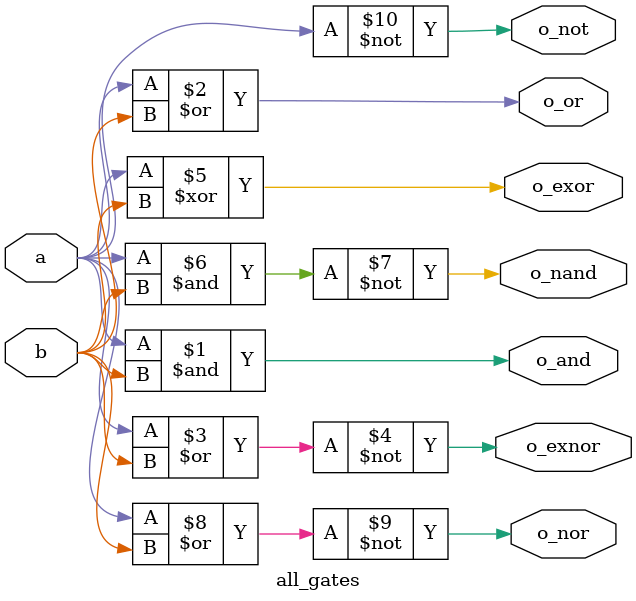
<source format=v>
module all_gates (
    input wire a,b,
    output wire o_and,o_or,o_exnor,o_exor,o_nand,o_nor,o_not
);
assign o_and = a & b;
assign o_or = a | b;
assign o_exnor = a ~| b;
assign o_exor = a ^ b;
assign o_nand = a ~& b;
assign o_nor = a ~| b;
assign o_not = ~a;
endmodule
</source>
